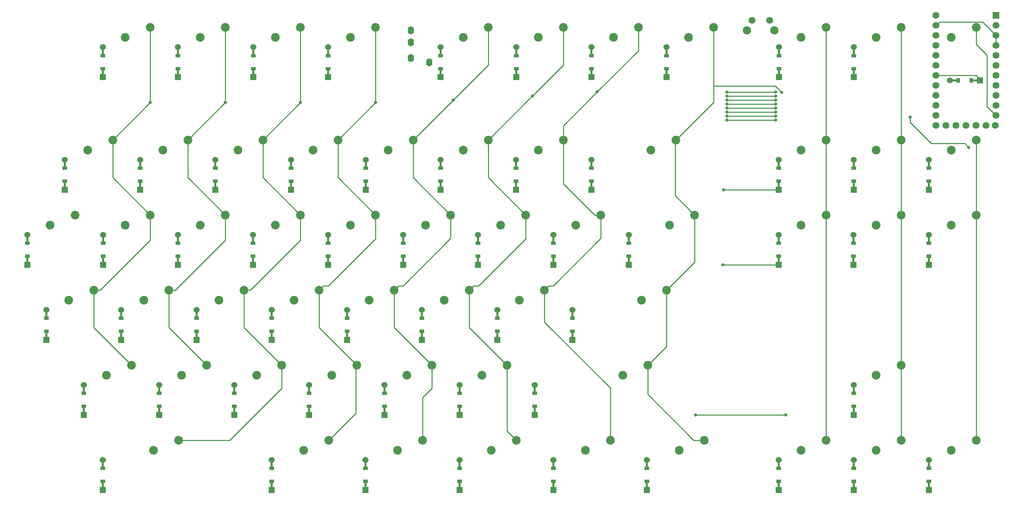
<source format=gbl>
G04 #@! TF.GenerationSoftware,KiCad,Pcbnew,(5.1.4)-1*
G04 #@! TF.CreationDate,2019-10-25T22:11:27-04:00*
G04 #@! TF.ProjectId,Split Keyboard - Right,53706c69-7420-44b6-9579-626f61726420,rev?*
G04 #@! TF.SameCoordinates,Original*
G04 #@! TF.FileFunction,Copper,L2,Bot*
G04 #@! TF.FilePolarity,Positive*
%FSLAX46Y46*%
G04 Gerber Fmt 4.6, Leading zero omitted, Abs format (unit mm)*
G04 Created by KiCad (PCBNEW (5.1.4)-1) date 2019-10-25 22:11:27*
%MOMM*%
%LPD*%
G04 APERTURE LIST*
%ADD10C,2.200000*%
%ADD11C,2.100000*%
%ADD12C,1.750000*%
%ADD13R,1.752600X1.752600*%
%ADD14C,1.752600*%
%ADD15R,1.524000X0.500000*%
%ADD16C,1.524000*%
%ADD17R,1.524000X1.524000*%
%ADD18R,0.900000X1.200000*%
%ADD19R,0.500000X1.524000*%
%ADD20R,1.200000X0.900000*%
%ADD21O,1.600000X2.000000*%
%ADD22C,0.800000*%
%ADD23C,0.250000*%
G04 APERTURE END LIST*
D10*
X185585100Y-137795000D03*
X179235100Y-140335000D03*
X254635000Y-33020000D03*
X248285000Y-35560000D03*
X229235000Y-35560000D03*
X235585000Y-33020000D03*
X210185000Y-35560000D03*
X216535000Y-33020000D03*
X187960000Y-33020000D03*
X181610000Y-35560000D03*
X168910000Y-33020000D03*
X162560000Y-35560000D03*
X143510000Y-35560000D03*
X149860000Y-33020000D03*
X130810000Y-33020000D03*
X124460000Y-35560000D03*
X102235000Y-33020000D03*
X95885000Y-35560000D03*
X76835000Y-35560000D03*
X83185000Y-33020000D03*
X64135000Y-33020000D03*
X57785000Y-35560000D03*
X45085000Y-33020000D03*
X38735000Y-35560000D03*
X248285000Y-64135000D03*
X254635000Y-61595000D03*
X235585000Y-61595000D03*
X229235000Y-64135000D03*
X216535000Y-61595000D03*
X210185000Y-64135000D03*
X178435000Y-61595000D03*
X172085000Y-64135000D03*
X149860000Y-61595000D03*
X143510000Y-64135000D03*
X124460000Y-64135000D03*
X130810000Y-61595000D03*
X111760000Y-61595000D03*
X105410000Y-64135000D03*
X86360000Y-64135000D03*
X92710000Y-61595000D03*
X67310000Y-64135000D03*
X73660000Y-61595000D03*
X54610000Y-61595000D03*
X48260000Y-64135000D03*
X29210000Y-64135000D03*
X35560000Y-61595000D03*
X248285000Y-83185000D03*
X254635000Y-80645000D03*
X235585000Y-80645000D03*
X229235000Y-83185000D03*
X216535000Y-80645000D03*
X210185000Y-83185000D03*
X183197500Y-80645000D03*
X176847500Y-83185000D03*
X153035000Y-83185000D03*
X159385000Y-80645000D03*
X140335000Y-80645000D03*
X133985000Y-83185000D03*
X114935000Y-83185000D03*
X121285000Y-80645000D03*
X102235000Y-80645000D03*
X95885000Y-83185000D03*
X76835000Y-83185000D03*
X83185000Y-80645000D03*
X64135000Y-80645000D03*
X57785000Y-83185000D03*
X45085000Y-80645000D03*
X38735000Y-83185000D03*
X19685000Y-83185000D03*
X26035000Y-80645000D03*
X176060000Y-99695000D03*
X169710000Y-102235000D03*
X138734800Y-102235000D03*
X145084800Y-99695000D03*
X126047500Y-99695000D03*
X119697500Y-102235000D03*
X100647500Y-102235000D03*
X106997500Y-99695000D03*
X81597500Y-102235000D03*
X87947500Y-99695000D03*
X62547500Y-102235000D03*
X68897500Y-99695000D03*
X43497500Y-102235000D03*
X49847500Y-99695000D03*
X30797500Y-99695000D03*
X24447500Y-102235000D03*
X235585000Y-118745000D03*
X229235000Y-121285000D03*
X164947600Y-121285000D03*
X171297600Y-118745000D03*
X135585200Y-118745000D03*
X129235200Y-121285000D03*
X110172500Y-121285000D03*
X116522500Y-118745000D03*
X97472500Y-118745000D03*
X91122500Y-121285000D03*
X72072500Y-121285000D03*
X78422500Y-118745000D03*
X53022500Y-121285000D03*
X59372500Y-118745000D03*
X40322500Y-118745000D03*
X33972500Y-121285000D03*
X248285000Y-140335000D03*
X254635000Y-137795000D03*
X235585000Y-137795000D03*
X229235000Y-140335000D03*
X210185000Y-140335000D03*
X216535000Y-137795000D03*
X155448000Y-140335000D03*
X161798000Y-137795000D03*
X131635500Y-140335000D03*
X137985500Y-137795000D03*
X114173000Y-137795000D03*
X107823000Y-140335000D03*
X90360500Y-137795000D03*
X84010500Y-140335000D03*
X52260500Y-137795000D03*
X45910500Y-140335000D03*
D11*
X196424000Y-33732000D03*
D12*
X197684000Y-31242000D03*
X202184000Y-31242000D03*
D11*
X203434000Y-33732000D03*
D13*
X259651500Y-29972000D03*
D14*
X259651500Y-32512000D03*
X259651500Y-35052000D03*
X259651500Y-37592000D03*
X259651500Y-40132000D03*
X259651500Y-42672000D03*
X259651500Y-45212000D03*
X259651500Y-47752000D03*
X259651500Y-50292000D03*
X259651500Y-52832000D03*
X259651500Y-55372000D03*
X244411500Y-57912000D03*
X244411500Y-55372000D03*
X244411500Y-52832000D03*
X244411500Y-50292000D03*
X244411500Y-47752000D03*
X244411500Y-45212000D03*
X244411500Y-42672000D03*
X244411500Y-40132000D03*
X244411500Y-37592000D03*
X244411500Y-35052000D03*
X244411500Y-32512000D03*
X259422900Y-57912000D03*
X244411500Y-29972000D03*
X246951500Y-57912000D03*
X249491500Y-57912000D03*
X252031500Y-57912000D03*
X254571500Y-57912000D03*
X257111500Y-57912000D03*
D15*
X254254000Y-46482000D03*
X249174000Y-46482000D03*
D16*
X247904000Y-46482000D03*
D17*
X255524000Y-46482000D03*
D18*
X250064000Y-46482000D03*
X253364000Y-46482000D03*
D19*
X223520000Y-44362000D03*
X223520000Y-39282000D03*
D16*
X223520000Y-38012000D03*
D17*
X223520000Y-45632000D03*
D20*
X223520000Y-40172000D03*
X223520000Y-43472000D03*
D19*
X204597000Y-44362000D03*
X204597000Y-39282000D03*
D16*
X204597000Y-38012000D03*
D17*
X204597000Y-45632000D03*
D20*
X204597000Y-40172000D03*
X204597000Y-43472000D03*
D19*
X176022000Y-44362000D03*
X176022000Y-39282000D03*
D16*
X176022000Y-38012000D03*
D17*
X176022000Y-45632000D03*
D20*
X176022000Y-40172000D03*
X176022000Y-43472000D03*
D19*
X156972000Y-44362000D03*
X156972000Y-39282000D03*
D16*
X156972000Y-38012000D03*
D17*
X156972000Y-45632000D03*
D20*
X156972000Y-40172000D03*
X156972000Y-43472000D03*
X137922000Y-43472000D03*
X137922000Y-40172000D03*
D17*
X137922000Y-45632000D03*
D16*
X137922000Y-38012000D03*
D19*
X137922000Y-39282000D03*
X137922000Y-44362000D03*
D20*
X118745000Y-43472000D03*
X118745000Y-40172000D03*
D17*
X118745000Y-45632000D03*
D16*
X118745000Y-38012000D03*
D19*
X118745000Y-39282000D03*
X118745000Y-44362000D03*
D20*
X90170000Y-43472000D03*
X90170000Y-40172000D03*
D17*
X90170000Y-45632000D03*
D16*
X90170000Y-38012000D03*
D19*
X90170000Y-39282000D03*
X90170000Y-44362000D03*
D20*
X71247000Y-43472000D03*
X71247000Y-40172000D03*
D17*
X71247000Y-45632000D03*
D16*
X71247000Y-38012000D03*
D19*
X71247000Y-39282000D03*
X71247000Y-44362000D03*
D20*
X52070000Y-43472000D03*
X52070000Y-40172000D03*
D17*
X52070000Y-45632000D03*
D16*
X52070000Y-38012000D03*
D19*
X52070000Y-39282000D03*
X52070000Y-44362000D03*
D20*
X33083500Y-43472000D03*
X33083500Y-40172000D03*
D17*
X33083500Y-45632000D03*
D16*
X33083500Y-38012000D03*
D19*
X33083500Y-39282000D03*
X33083500Y-44362000D03*
X242633500Y-72937000D03*
X242633500Y-67857000D03*
D16*
X242633500Y-66587000D03*
D17*
X242633500Y-74207000D03*
D20*
X242633500Y-68747000D03*
X242633500Y-72047000D03*
D19*
X223583500Y-72937000D03*
X223583500Y-67857000D03*
D16*
X223583500Y-66587000D03*
D17*
X223583500Y-74207000D03*
D20*
X223583500Y-68747000D03*
X223583500Y-72047000D03*
D19*
X204470000Y-72937000D03*
X204470000Y-67857000D03*
D16*
X204470000Y-66587000D03*
D17*
X204470000Y-74207000D03*
D20*
X204470000Y-68747000D03*
X204470000Y-72047000D03*
D19*
X157035500Y-72937000D03*
X157035500Y-67857000D03*
D16*
X157035500Y-66587000D03*
D17*
X157035500Y-74207000D03*
D20*
X157035500Y-68747000D03*
X157035500Y-72047000D03*
D19*
X137858500Y-72937000D03*
X137858500Y-67857000D03*
D16*
X137858500Y-66587000D03*
D17*
X137858500Y-74207000D03*
D20*
X137858500Y-68747000D03*
X137858500Y-72047000D03*
X118745000Y-72047000D03*
X118745000Y-68747000D03*
D17*
X118745000Y-74207000D03*
D16*
X118745000Y-66587000D03*
D19*
X118745000Y-67857000D03*
X118745000Y-72937000D03*
D20*
X99758500Y-72047000D03*
X99758500Y-68747000D03*
D17*
X99758500Y-74207000D03*
D16*
X99758500Y-66587000D03*
D19*
X99758500Y-67857000D03*
X99758500Y-72937000D03*
D20*
X80772000Y-72047000D03*
X80772000Y-68747000D03*
D17*
X80772000Y-74207000D03*
D16*
X80772000Y-66587000D03*
D19*
X80772000Y-67857000D03*
X80772000Y-72937000D03*
D20*
X61595000Y-72047000D03*
X61595000Y-68747000D03*
D17*
X61595000Y-74207000D03*
D16*
X61595000Y-66587000D03*
D19*
X61595000Y-67857000D03*
X61595000Y-72937000D03*
D20*
X42545000Y-72047000D03*
X42545000Y-68747000D03*
D17*
X42545000Y-74207000D03*
D16*
X42545000Y-66587000D03*
D19*
X42545000Y-67857000D03*
X42545000Y-72937000D03*
D20*
X23431500Y-72047000D03*
X23431500Y-68747000D03*
D17*
X23431500Y-74207000D03*
D16*
X23431500Y-66587000D03*
D19*
X23431500Y-67857000D03*
X23431500Y-72937000D03*
X242633500Y-91987000D03*
X242633500Y-86907000D03*
D16*
X242633500Y-85637000D03*
D17*
X242633500Y-93257000D03*
D20*
X242633500Y-87797000D03*
X242633500Y-91097000D03*
D19*
X223456500Y-91987000D03*
X223456500Y-86907000D03*
D16*
X223456500Y-85637000D03*
D17*
X223456500Y-93257000D03*
D20*
X223456500Y-87797000D03*
X223456500Y-91097000D03*
D19*
X204533500Y-91987000D03*
X204533500Y-86907000D03*
D16*
X204533500Y-85637000D03*
D17*
X204533500Y-93257000D03*
D20*
X204533500Y-87797000D03*
X204533500Y-91097000D03*
D19*
X166497000Y-91987000D03*
X166497000Y-86907000D03*
D16*
X166497000Y-85637000D03*
D17*
X166497000Y-93257000D03*
D20*
X166497000Y-87797000D03*
X166497000Y-91097000D03*
D19*
X147320000Y-91987000D03*
X147320000Y-86907000D03*
D16*
X147320000Y-85637000D03*
D17*
X147320000Y-93257000D03*
D20*
X147320000Y-87797000D03*
X147320000Y-91097000D03*
D19*
X128206500Y-91987000D03*
X128206500Y-86907000D03*
D16*
X128206500Y-85637000D03*
D17*
X128206500Y-93257000D03*
D20*
X128206500Y-87797000D03*
X128206500Y-91097000D03*
X109283500Y-91097000D03*
X109283500Y-87797000D03*
D17*
X109283500Y-93257000D03*
D16*
X109283500Y-85637000D03*
D19*
X109283500Y-86907000D03*
X109283500Y-91987000D03*
D20*
X90170000Y-91097000D03*
X90170000Y-87797000D03*
D17*
X90170000Y-93257000D03*
D16*
X90170000Y-85637000D03*
D19*
X90170000Y-86907000D03*
X90170000Y-91987000D03*
D20*
X71120000Y-91097000D03*
X71120000Y-87797000D03*
D17*
X71120000Y-93257000D03*
D16*
X71120000Y-85637000D03*
D19*
X71120000Y-86907000D03*
X71120000Y-91987000D03*
D20*
X52070000Y-91097000D03*
X52070000Y-87797000D03*
D17*
X52070000Y-93257000D03*
D16*
X52070000Y-85637000D03*
D19*
X52070000Y-86907000D03*
X52070000Y-91987000D03*
D20*
X33121600Y-91097000D03*
X33121600Y-87797000D03*
D17*
X33121600Y-93257000D03*
D16*
X33121600Y-85637000D03*
D19*
X33121600Y-86907000D03*
X33121600Y-91987000D03*
X13919200Y-91987000D03*
X13919200Y-86907000D03*
D16*
X13919200Y-85637000D03*
D17*
X13919200Y-93257000D03*
D20*
X13919200Y-87797000D03*
X13919200Y-91097000D03*
D19*
X152196800Y-111037000D03*
X152196800Y-105957000D03*
D16*
X152196800Y-104687000D03*
D17*
X152196800Y-112307000D03*
D20*
X152196800Y-106847000D03*
X152196800Y-110147000D03*
D19*
X133146800Y-111037000D03*
X133146800Y-105957000D03*
D16*
X133146800Y-104687000D03*
D17*
X133146800Y-112307000D03*
D20*
X133146800Y-106847000D03*
X133146800Y-110147000D03*
D19*
X113995200Y-111037000D03*
X113995200Y-105957000D03*
D16*
X113995200Y-104687000D03*
D17*
X113995200Y-112307000D03*
D20*
X113995200Y-106847000D03*
X113995200Y-110147000D03*
X94996000Y-110147000D03*
X94996000Y-106847000D03*
D17*
X94996000Y-112307000D03*
D16*
X94996000Y-104687000D03*
D19*
X94996000Y-105957000D03*
X94996000Y-111037000D03*
D20*
X75895200Y-110147000D03*
X75895200Y-106847000D03*
D17*
X75895200Y-112307000D03*
D16*
X75895200Y-104687000D03*
D19*
X75895200Y-105957000D03*
X75895200Y-111037000D03*
D20*
X56845200Y-110147000D03*
X56845200Y-106847000D03*
D17*
X56845200Y-112307000D03*
D16*
X56845200Y-104687000D03*
D19*
X56845200Y-105957000D03*
X56845200Y-111037000D03*
D20*
X37744400Y-110147000D03*
X37744400Y-106847000D03*
D17*
X37744400Y-112307000D03*
D16*
X37744400Y-104687000D03*
D19*
X37744400Y-105957000D03*
X37744400Y-111037000D03*
D20*
X18745200Y-110147000D03*
X18745200Y-106847000D03*
D17*
X18745200Y-112307000D03*
D16*
X18745200Y-104687000D03*
D19*
X18745200Y-105957000D03*
X18745200Y-111037000D03*
X223545400Y-130087000D03*
X223545400Y-125007000D03*
D16*
X223545400Y-123737000D03*
D17*
X223545400Y-131357000D03*
D20*
X223545400Y-125897000D03*
X223545400Y-129197000D03*
D19*
X142595600Y-130087000D03*
X142595600Y-125007000D03*
D16*
X142595600Y-123737000D03*
D17*
X142595600Y-131357000D03*
D20*
X142595600Y-125897000D03*
X142595600Y-129197000D03*
D19*
X123545600Y-130087000D03*
X123545600Y-125007000D03*
D16*
X123545600Y-123737000D03*
D17*
X123545600Y-131357000D03*
D20*
X123545600Y-125897000D03*
X123545600Y-129197000D03*
X104495600Y-129197000D03*
X104495600Y-125897000D03*
D17*
X104495600Y-131357000D03*
D16*
X104495600Y-123737000D03*
D19*
X104495600Y-125007000D03*
X104495600Y-130087000D03*
D20*
X85394800Y-129197000D03*
X85394800Y-125897000D03*
D17*
X85394800Y-131357000D03*
D16*
X85394800Y-123737000D03*
D19*
X85394800Y-125007000D03*
X85394800Y-130087000D03*
D20*
X66395600Y-129197000D03*
X66395600Y-125897000D03*
D17*
X66395600Y-131357000D03*
D16*
X66395600Y-123737000D03*
D19*
X66395600Y-125007000D03*
X66395600Y-130087000D03*
D20*
X47345600Y-129197000D03*
X47345600Y-125897000D03*
D17*
X47345600Y-131357000D03*
D16*
X47345600Y-123737000D03*
D19*
X47345600Y-125007000D03*
X47345600Y-130087000D03*
D20*
X28244800Y-129197000D03*
X28244800Y-125897000D03*
D17*
X28244800Y-131357000D03*
D16*
X28244800Y-123737000D03*
D19*
X28244800Y-125007000D03*
X28244800Y-130087000D03*
X242595400Y-149137000D03*
X242595400Y-144057000D03*
D16*
X242595400Y-142787000D03*
D17*
X242595400Y-150407000D03*
D20*
X242595400Y-144947000D03*
X242595400Y-148247000D03*
D19*
X223545400Y-149137000D03*
X223545400Y-144057000D03*
D16*
X223545400Y-142787000D03*
D17*
X223545400Y-150407000D03*
D20*
X223545400Y-144947000D03*
X223545400Y-148247000D03*
D19*
X204476400Y-149137000D03*
X204476400Y-144057000D03*
D16*
X204476400Y-142787000D03*
D17*
X204476400Y-150407000D03*
D20*
X204476400Y-144947000D03*
X204476400Y-148247000D03*
D19*
X171043600Y-149137000D03*
X171043600Y-144057000D03*
D16*
X171043600Y-142787000D03*
D17*
X171043600Y-150407000D03*
D20*
X171043600Y-144947000D03*
X171043600Y-148247000D03*
D19*
X147320000Y-149137000D03*
X147320000Y-144057000D03*
D16*
X147320000Y-142787000D03*
D17*
X147320000Y-150407000D03*
D20*
X147320000Y-144947000D03*
X147320000Y-148247000D03*
D19*
X123545600Y-149137000D03*
X123545600Y-144057000D03*
D16*
X123545600Y-142787000D03*
D17*
X123545600Y-150407000D03*
D20*
X123545600Y-144947000D03*
X123545600Y-148247000D03*
X99720400Y-148247000D03*
X99720400Y-144947000D03*
D17*
X99720400Y-150407000D03*
D16*
X99720400Y-142787000D03*
D19*
X99720400Y-144057000D03*
X99720400Y-149137000D03*
D20*
X75895200Y-148247000D03*
X75895200Y-144947000D03*
D17*
X75895200Y-150407000D03*
D16*
X75895200Y-142787000D03*
D19*
X75895200Y-144057000D03*
X75895200Y-149137000D03*
D20*
X33070800Y-148247000D03*
X33070800Y-144947000D03*
D17*
X33070800Y-150407000D03*
D16*
X33070800Y-142787000D03*
D19*
X33070800Y-144057000D03*
X33070800Y-149137000D03*
D21*
X115838000Y-41875000D03*
X111238000Y-40775000D03*
X111238000Y-33775000D03*
X111238000Y-36775000D03*
D22*
X190528002Y-74207000D03*
X190348500Y-93257000D03*
X183427000Y-131357000D03*
X206272500Y-131357000D03*
X205232000Y-49466500D03*
X203708000Y-49403000D03*
X191389000Y-49403000D03*
X158451999Y-49358999D03*
X191389000Y-50419000D03*
X203708000Y-50419000D03*
X141986000Y-50419000D03*
X191389000Y-51435000D03*
X203708000Y-51435000D03*
X121920000Y-51435000D03*
X191389000Y-52451000D03*
X203708000Y-52451000D03*
X102235000Y-52070000D03*
X191389000Y-53467000D03*
X203708000Y-53467000D03*
X83185000Y-52070000D03*
X191389000Y-54483000D03*
X203708000Y-54483000D03*
X64135000Y-52070000D03*
X203708000Y-55499000D03*
X191389000Y-55499000D03*
X45085000Y-52070000D03*
X237871000Y-55753000D03*
X252666500Y-63436500D03*
X191389000Y-56515000D03*
X203708000Y-56515000D03*
D23*
X245650775Y-45212000D02*
X244411500Y-45212000D01*
X254581002Y-45212000D02*
X245650775Y-45212000D01*
X255524000Y-46154998D02*
X254581002Y-45212000D01*
X255524000Y-46482000D02*
X255524000Y-46154998D01*
X190528002Y-74207000D02*
X191093687Y-74207000D01*
X204470000Y-74207000D02*
X191093687Y-74207000D01*
X204533500Y-93257000D02*
X190348500Y-93257000D01*
X183427000Y-131357000D02*
X206272500Y-131357000D01*
X206272500Y-131357000D02*
X206272500Y-131357000D01*
X258775201Y-34175701D02*
X259651500Y-35052000D01*
X256194499Y-31594999D02*
X258775201Y-34175701D01*
X245328501Y-31594999D02*
X256194499Y-31594999D01*
X244411500Y-32512000D02*
X245328501Y-31594999D01*
X259651500Y-35052000D02*
X259651500Y-37592000D01*
X254616000Y-80664000D02*
X254635000Y-80645000D01*
X254635000Y-80645000D02*
X254635000Y-61595000D01*
X254635000Y-37299002D02*
X257302000Y-39966002D01*
X254635000Y-33020000D02*
X254635000Y-37299002D01*
X257302000Y-53022500D02*
X259651500Y-55372000D01*
X257302000Y-39966002D02*
X257302000Y-53022500D01*
X254635000Y-136239366D02*
X254635000Y-80645000D01*
X254635000Y-137795000D02*
X254635000Y-136239366D01*
X235585000Y-55500410D02*
X235585000Y-61595000D01*
X235585000Y-33020000D02*
X235585000Y-55500410D01*
X235585000Y-67576002D02*
X235585000Y-80645000D01*
X235585000Y-61595000D02*
X235585000Y-67576002D01*
X235585000Y-118726000D02*
X235566000Y-118745000D01*
X235585000Y-137795000D02*
X235585000Y-118745000D01*
X235585000Y-117189366D02*
X235585000Y-80645000D01*
X235585000Y-118745000D02*
X235585000Y-117189366D01*
X217189000Y-80664000D02*
X217170000Y-80645000D01*
X216535000Y-137795000D02*
X216535000Y-80645000D01*
X216535000Y-80645000D02*
X216535000Y-61595000D01*
X216535000Y-60039366D02*
X216535000Y-33020000D01*
X216535000Y-61595000D02*
X216535000Y-60039366D01*
X182097501Y-79545001D02*
X183197500Y-80645000D01*
X178220001Y-75667501D02*
X182097501Y-79545001D01*
X178220001Y-61809999D02*
X178220001Y-75667501D01*
X178435000Y-61595000D02*
X178220001Y-61809999D01*
X183197500Y-92557500D02*
X176060000Y-99695000D01*
X183197500Y-80645000D02*
X183197500Y-92557500D01*
X176060000Y-113982600D02*
X171297600Y-118745000D01*
X176060000Y-99695000D02*
X176060000Y-113982600D01*
X171297600Y-126146002D02*
X182946598Y-137795000D01*
X171297600Y-118745000D02*
X171297600Y-126146002D01*
X187960000Y-49466500D02*
X187960000Y-52070000D01*
X187960000Y-52070000D02*
X178435000Y-61595000D01*
X203644500Y-47879000D02*
X187960000Y-47879000D01*
X205232000Y-49466500D02*
X203644500Y-47879000D01*
X187960000Y-33020000D02*
X187960000Y-47879000D01*
X187960000Y-47879000D02*
X187960000Y-49466500D01*
X182946598Y-137795000D02*
X185585100Y-137795000D01*
X145084800Y-101250634D02*
X145084800Y-99695000D01*
X145084800Y-107790202D02*
X145084800Y-101250634D01*
X161798000Y-124503402D02*
X145084800Y-107790202D01*
X161798000Y-137795000D02*
X161798000Y-124503402D01*
X159385000Y-82200634D02*
X159385000Y-80645000D01*
X159385000Y-86525998D02*
X159385000Y-82200634D01*
X147315997Y-98595001D02*
X159385000Y-86525998D01*
X146184799Y-98595001D02*
X147315997Y-98595001D01*
X145084800Y-99695000D02*
X146184799Y-98595001D01*
X149860000Y-63150634D02*
X149860000Y-61595000D01*
X149860000Y-72675634D02*
X149860000Y-63150634D01*
X157829366Y-80645000D02*
X149860000Y-72675634D01*
X159385000Y-80645000D02*
X157829366Y-80645000D01*
X168910000Y-34575634D02*
X168910000Y-33020000D01*
X168910000Y-38900998D02*
X168910000Y-34575634D01*
X149860000Y-57950998D02*
X157531249Y-50279749D01*
X149860000Y-61595000D02*
X149860000Y-57950998D01*
X157531249Y-50279749D02*
X158451999Y-49358999D01*
X203142315Y-49403000D02*
X191389000Y-49403000D01*
X203708000Y-49403000D02*
X203142315Y-49403000D01*
X158451999Y-49358999D02*
X168910000Y-38900998D01*
X149860000Y-42545000D02*
X141986000Y-50419000D01*
X149860000Y-33020000D02*
X149860000Y-42545000D01*
X130810000Y-71120000D02*
X140335000Y-80645000D01*
X130810000Y-61595000D02*
X130810000Y-71120000D01*
X127147499Y-98595001D02*
X126047500Y-99695000D01*
X128366001Y-98595001D02*
X127147499Y-98595001D01*
X140335000Y-86626002D02*
X128366001Y-98595001D01*
X140335000Y-80645000D02*
X140335000Y-86626002D01*
X126047500Y-109207300D02*
X135585200Y-118745000D01*
X126047500Y-99695000D02*
X126047500Y-109207300D01*
X135585200Y-135394700D02*
X137985500Y-137795000D01*
X135585200Y-118745000D02*
X135585200Y-135394700D01*
X141287500Y-51117500D02*
X130810000Y-61595000D01*
X203708000Y-50419000D02*
X191389000Y-50419000D01*
X141986000Y-50419000D02*
X141287500Y-51117500D01*
X116522500Y-120300634D02*
X116522500Y-118745000D01*
X116522500Y-124625998D02*
X116522500Y-120300634D01*
X114173000Y-126975498D02*
X116522500Y-124625998D01*
X114173000Y-137795000D02*
X114173000Y-126975498D01*
X106997500Y-109220000D02*
X106997500Y-99695000D01*
X116522500Y-118745000D02*
X106997500Y-109220000D01*
X121285000Y-82200634D02*
X121285000Y-80645000D01*
X121285000Y-86525998D02*
X121285000Y-82200634D01*
X109215997Y-98595001D02*
X121285000Y-86525998D01*
X108097499Y-98595001D02*
X109215997Y-98595001D01*
X106997500Y-99695000D02*
X108097499Y-98595001D01*
X111760000Y-71120000D02*
X111760000Y-61595000D01*
X121285000Y-80645000D02*
X111760000Y-71120000D01*
X130810000Y-42545000D02*
X130810000Y-33020000D01*
X111760000Y-61595000D02*
X121412000Y-51943000D01*
X121412000Y-51943000D02*
X121920000Y-51435000D01*
X203142315Y-51435000D02*
X191389000Y-51435000D01*
X203708000Y-51435000D02*
X203142315Y-51435000D01*
X121920000Y-51435000D02*
X130810000Y-42545000D01*
X102235000Y-52070000D02*
X102235000Y-52070000D01*
X102235000Y-33020000D02*
X102235000Y-52070000D01*
X92710000Y-71120000D02*
X102235000Y-80645000D01*
X92710000Y-61595000D02*
X92710000Y-71120000D01*
X89047499Y-98595001D02*
X87947500Y-99695000D01*
X90266001Y-98595001D02*
X89047499Y-98595001D01*
X102235000Y-86626002D02*
X90266001Y-98595001D01*
X102235000Y-80645000D02*
X102235000Y-86626002D01*
X87947500Y-109220000D02*
X97472500Y-118745000D01*
X87947500Y-99695000D02*
X87947500Y-109220000D01*
X91460499Y-136695001D02*
X90360500Y-137795000D01*
X97257501Y-130897999D02*
X91460499Y-136695001D01*
X97257501Y-118959999D02*
X97257501Y-130897999D01*
X97472500Y-118745000D02*
X97257501Y-118959999D01*
X102235000Y-52070000D02*
X102235000Y-52070000D01*
X102235000Y-52070000D02*
X92710000Y-61595000D01*
X203708000Y-52451000D02*
X191389000Y-52451000D01*
X78422500Y-120300634D02*
X78422500Y-118745000D01*
X78422500Y-124625998D02*
X78422500Y-120300634D01*
X65253498Y-137795000D02*
X78422500Y-124625998D01*
X52260500Y-137795000D02*
X65253498Y-137795000D01*
X68897500Y-109220000D02*
X68897500Y-99695000D01*
X78422500Y-118745000D02*
X68897500Y-109220000D01*
X83185000Y-82200634D02*
X83185000Y-80645000D01*
X83185000Y-86963134D02*
X83185000Y-82200634D01*
X70453134Y-99695000D02*
X83185000Y-86963134D01*
X68897500Y-99695000D02*
X70453134Y-99695000D01*
X83185000Y-80645000D02*
X73660000Y-71120000D01*
X73660000Y-71120000D02*
X73660000Y-61595000D01*
X83185000Y-52070000D02*
X83185000Y-52070000D01*
X73660000Y-61595000D02*
X83185000Y-52070000D01*
X83185000Y-52070000D02*
X83185000Y-52070000D01*
X83185000Y-52070000D02*
X83185000Y-33020000D01*
X203708000Y-53467000D02*
X191389000Y-53467000D01*
X64135000Y-52070000D02*
X64135000Y-52070000D01*
X64135000Y-33020000D02*
X64135000Y-52070000D01*
X54610000Y-71120000D02*
X64135000Y-80645000D01*
X54610000Y-61595000D02*
X54610000Y-71120000D01*
X51403134Y-99695000D02*
X49847500Y-99695000D01*
X64135000Y-86963134D02*
X51403134Y-99695000D01*
X64135000Y-80645000D02*
X64135000Y-86963134D01*
X49847500Y-109220000D02*
X59372500Y-118745000D01*
X49847500Y-99695000D02*
X49847500Y-109220000D01*
X64135000Y-52070000D02*
X54610000Y-61595000D01*
X64135000Y-52070000D02*
X64135000Y-52070000D01*
X203708000Y-54483000D02*
X191389000Y-54483000D01*
X30797500Y-109220000D02*
X30797500Y-99695000D01*
X40322500Y-118745000D02*
X30797500Y-109220000D01*
X45085000Y-82200634D02*
X45085000Y-80645000D01*
X45085000Y-86995000D02*
X45085000Y-82200634D01*
X32385000Y-99695000D02*
X45085000Y-86995000D01*
X30797500Y-99695000D02*
X32385000Y-99695000D01*
X45085000Y-80645000D02*
X35560000Y-71120000D01*
X35560000Y-71120000D02*
X35560000Y-61595000D01*
X45085000Y-52070000D02*
X45085000Y-52070000D01*
X35560000Y-61595000D02*
X45085000Y-52070000D01*
X45085000Y-52070000D02*
X45085000Y-33020000D01*
X45085000Y-52070000D02*
X45085000Y-52070000D01*
X203708000Y-55499000D02*
X191389000Y-55499000D01*
X203708000Y-56515000D02*
X191389000Y-56515000D01*
X237871000Y-57150000D02*
X237871000Y-55753000D01*
X243205000Y-62484000D02*
X237871000Y-57150000D01*
X252666500Y-63436500D02*
X251714000Y-62484000D01*
X251714000Y-62484000D02*
X243205000Y-62484000D01*
M02*

</source>
